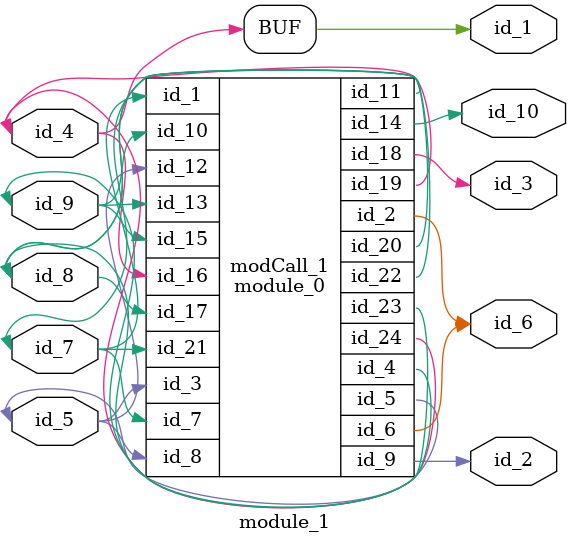
<source format=v>
module module_0 (
    id_1,
    id_2,
    id_3,
    id_4,
    id_5,
    id_6,
    id_7,
    id_8,
    id_9,
    id_10,
    id_11,
    id_12,
    id_13,
    id_14,
    id_15,
    id_16,
    id_17,
    id_18,
    id_19,
    id_20,
    id_21,
    id_22,
    id_23,
    id_24
);
  inout wire id_24;
  inout wire id_23;
  inout wire id_22;
  input wire id_21;
  output wire id_20;
  inout wire id_19;
  output wire id_18;
  input wire id_17;
  input wire id_16;
  input wire id_15;
  output wire id_14;
  input wire id_13;
  input wire id_12;
  inout wire id_11;
  input wire id_10;
  output wire id_9;
  input wire id_8;
  input wire id_7;
  output wire id_6;
  inout wire id_5;
  output wire id_4;
  input wire id_3;
  output wire id_2;
  input wire id_1;
  localparam id_25 = 1 * $signed(74);
  ;
endmodule
module module_1 (
    id_1,
    id_2,
    id_3,
    id_4,
    id_5,
    id_6,
    id_7,
    id_8,
    id_9,
    id_10
);
  output wire id_10;
  inout wire id_9;
  inout wire id_8;
  inout wire id_7;
  output wire id_6;
  inout wire id_5;
  inout wire id_4;
  output wire id_3;
  output wire id_2;
  output reg id_1;
  always id_1 <= id_4;
  module_0 modCall_1 (
      id_7,
      id_6,
      id_5,
      id_9,
      id_5,
      id_6,
      id_7,
      id_5,
      id_2,
      id_9,
      id_8,
      id_5,
      id_9,
      id_10,
      id_9,
      id_4,
      id_8,
      id_3,
      id_4,
      id_7,
      id_7,
      id_8,
      id_8,
      id_4
  );
endmodule

</source>
